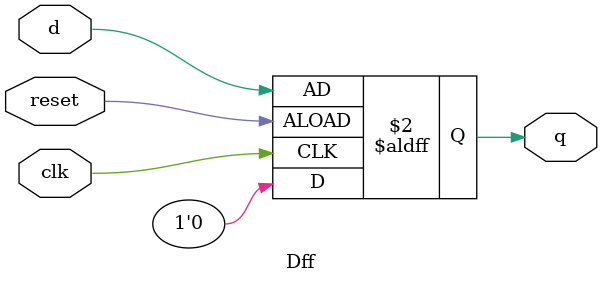
<source format=v>
module Dff(
    input wire d,
    input wire reset,
    input wire clk,
    output reg q
);
always @(negedge clk or negedge reset) begin
    if (reset) begin
        q <= 0;
    end else begin
        q <= d;
    end
end
endmodule
</source>
